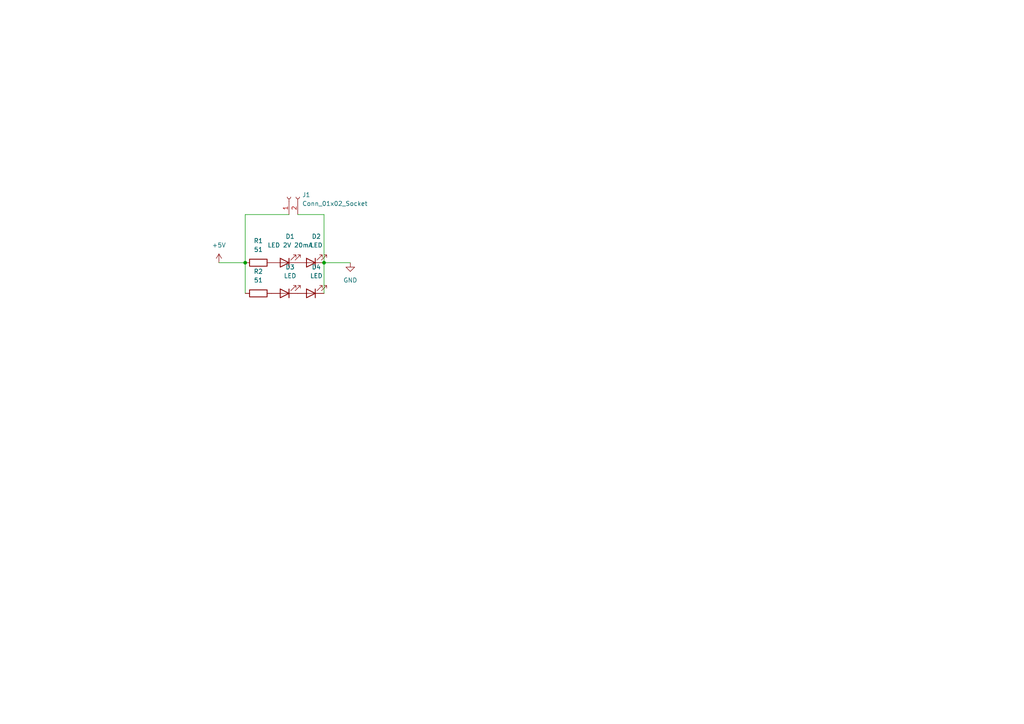
<source format=kicad_sch>
(kicad_sch (version 20231120) (generator "eeschema") (generator_version "8.0")
  (paper "A4")
  (lib_symbols
    (symbol "Connector:Conn_01x02_Socket" (pin_names (offset 1.016) hide)
      (property "Reference" "J" (at 0 2.54 0))
      (property "Value" "Conn_01x02_Socket" (at 0 -5.08 0))
      (symbol "Conn_01x02_Socket_1_1"
        (arc (start 0 -2.032) (mid -0.5058 -2.54) (end 0 -3.048) (stroke (width 0.1524)))
        (polyline (pts (xy -1.27 -2.54) (xy -0.508 -2.54)) (stroke (width 0.1524)))
        (polyline (pts (xy -1.27 0) (xy -0.508 0)) (stroke (width 0.1524)))
        (arc (start 0 0.508) (mid -0.5058 0) (end 0 -0.508) (stroke (width 0.1524)))
        (pin passive line (at -5.08 0 0) (length 3.81) (name "Pin_1") (number "1"))
        (pin passive line (at -5.08 -2.54 0) (length 3.81) (name "Pin_2") (number "2"))
      )
    )
    (symbol "Device:LED" (pin_numbers hide) (pin_names (offset 1.016) hide)
      (property "Reference" "D" (at 0 2.54 0))
      (property "Value" "LED" (at 0 -2.54 0))
      (symbol "LED_0_1"
        (polyline (pts (xy -1.27 -1.27) (xy -1.27 1.27)) (stroke (width 0.254)))
        (polyline (pts (xy -1.27 0) (xy 1.27 0)))
        (polyline (pts (xy 1.27 -1.27) (xy 1.27 1.27) (xy -1.27 0) (xy 1.27 -1.27)) (stroke (width 0.254)))
        (polyline (pts (xy -3.048 -0.762) (xy -4.572 -2.286) (xy -3.81 -2.286) (xy -4.572 -2.286) (xy -4.572 -1.524)))
        (polyline (pts (xy -1.778 -0.762) (xy -3.302 -2.286) (xy -2.54 -2.286) (xy -3.302 -2.286) (xy -3.302 -1.524)))
      )
      (symbol "LED_1_1"
        (pin passive line (at -3.81 0 0) (length 2.54) (name "K") (number "1"))
        (pin passive line (at 3.81 0 180) (length 2.54) (name "A") (number "2"))
      )
    )
    (symbol "Device:R" (pin_numbers hide) (pin_names (offset 0))
      (property "Reference" "R" (at 2.032 0 90))
      (property "Value" "R" (at 0 0 90))
      (symbol "R_0_1"
        (rectangle (start -1.016 -2.54) (end 1.016 2.54) (stroke (width 0.254)))
      )
      (symbol "R_1_1"
        (pin passive line (at 0 3.81 270) (length 1.27) (name "~") (number "1"))
        (pin passive line (at 0 -3.81 90) (length 1.27) (name "~") (number "2"))
      )
    )
    (symbol "power:+5V" (power) (pin_numbers hide) (pin_names (offset 0) hide)
      (property "Value" "+5V" (at 0 3.556 0))
      (symbol "+5V_0_1"
        (polyline (pts (xy -0.762 1.27) (xy 0 2.54)))
        (polyline (pts (xy 0 0) (xy 0 2.54)))
        (polyline (pts (xy 0 2.54) (xy 0.762 1.27)))
      )
      (symbol "+5V_1_1"
        (pin power_in line (at 0 0 90) (length 0) (name "~") (number "1"))
      )
    )
    (symbol "power:GND" (power) (pin_numbers hide) (pin_names (offset 0) hide)
      (property "Value" "GND" (at 0 -3.81 0))
      (symbol "GND_0_1"
        (polyline (pts (xy 0 0) (xy 0 -1.27) (xy 1.27 -1.27) (xy 0 -2.54) (xy -1.27 -1.27) (xy 0 -1.27)))
      )
      (symbol "GND_1_1"
        (pin power_in line (at 0 0 270) (length 0) (name "~") (number "1"))
      )
    )
  )
  (junction (at 71.12 76.2))
  (junction (at 93.98 76.2))
  (wire (pts (xy 93.98 76.2) (xy 93.98 85.09)))
  (wire (pts (xy 93.98 76.2) (xy 101.6 76.2)))
  (wire (pts (xy 93.98 62.23) (xy 86.36 62.23)))
  (wire (pts (xy 71.12 76.2) (xy 71.12 62.23)))
  (wire (pts (xy 71.12 76.2) (xy 71.12 85.09)))
  (wire (pts (xy 93.98 76.2) (xy 93.98 62.23)))
  (wire (pts (xy 63.5 76.2) (xy 71.12 76.2)))
  (wire (pts (xy 71.12 62.23) (xy 83.82 62.23)))
  (symbol (lib_id "Device:LED") (at 90.17 76.2 180) (unit 1)
    (property "Reference" "D2" (at 91.7575 68.58 0))
    (property "Value" "LED" (at 91.7575 71.12 0))
    (property "Footprint" "LED_THT:LED_D3.0mm" (effects (hide yes)))
    (property "Description" "Light emitting diode" (effects (hide yes)))
  )
  (symbol (lib_id "power:GND") (at 101.6 76.2 0) (unit 1)
    (property "Reference" "#PWR02" (effects (hide yes)))
    (property "Value" "GND" (at 101.6 81.28 0))
    (property "Description" "Power symbol creates a global label with name \"GND\" , ground" (effects (hide yes)))
  )
  (symbol (lib_id "Device:R") (at 74.93 85.09 90) (unit 1)
    (property "Reference" "R2" (at 74.93 78.74 90))
    (property "Value" "51" (at 74.93 81.28 90))
    (property "Footprint" "Resistor_THT:R_Axial_DIN0207_L6.3mm_D2.5mm_P7.62mm_Horizontal" (effects (hide yes)))
    (property "Description" "Resistor" (effects (hide yes)))
  )
  (symbol (lib_id "Device:LED") (at 82.55 85.09 180) (unit 1)
    (property "Reference" "D3" (at 84.1375 77.47 0))
    (property "Value" "LED" (at 84.1375 80.01 0))
    (property "Footprint" "LED_THT:LED_D3.0mm" (effects (hide yes)))
    (property "Description" "Light emitting diode" (effects (hide yes)))
  )
  (symbol (lib_id "Device:R") (at 74.93 76.2 90) (unit 1)
    (property "Reference" "R1" (at 74.93 69.85 90))
    (property "Value" "51" (at 74.93 72.39 90))
    (property "Footprint" "Resistor_THT:R_Axial_DIN0207_L6.3mm_D2.5mm_P7.62mm_Horizontal" (effects (hide yes)))
    (property "Description" "Resistor" (effects (hide yes)))
  )
  (symbol (lib_id "Connector:Conn_01x02_Socket") (at 83.82 57.15 90) (unit 1)
    (property "Reference" "J1" (at 87.63 56.5149 90) (effects (justify right)))
    (property "Value" "Conn_01x02_Socket" (at 87.63 59.0549 90) (effects (justify right)))
    (property "Footprint" "Connector_JST:JST_XH_B2B-XH-A_1x02_P2.50mm_Vertical" (effects (hide yes)))
    (property "Description" "Generic connector, single row, 01x02, script generated" (effects (hide yes)))
  )
  (symbol (lib_id "Device:LED") (at 82.55 76.2 180) (unit 1)
    (property "Reference" "D1" (at 84.1375 68.58 0))
    (property "Value" "LED 2V 20mA" (at 84.1375 71.12 0))
    (property "Footprint" "LED_THT:LED_D3.0mm" (effects (hide yes)))
    (property "Description" "Light emitting diode" (effects (hide yes)))
  )
  (symbol (lib_id "Device:LED") (at 90.17 85.09 180) (unit 1)
    (property "Reference" "D4" (at 91.7575 77.47 0))
    (property "Value" "LED" (at 91.7575 80.01 0))
    (property "Footprint" "LED_THT:LED_D3.0mm" (effects (hide yes)))
    (property "Description" "Light emitting diode" (effects (hide yes)))
  )
  (symbol (lib_id "power:+5V") (at 63.5 76.2 0) (unit 1)
    (property "Reference" "#PWR01" (effects (hide yes)))
    (property "Value" "+5V" (at 63.5 71.12 0))
    (property "Description" "Power symbol creates a global label with name \"+5V\"" (effects (hide yes)))
  )
)
</source>
